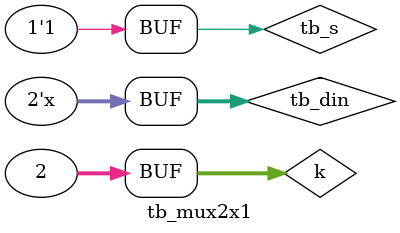
<source format=v>
`timescale 1ns/1ns
`include "mux2x1.v"
module tb_mux2x1;
wire tb_dout;
reg tb_s;
reg [1:0] tb_din;
integer k;
mux2x1 u(.dout(tb_dout),.din(tb_din),.sel(tb_s));

initial begin
  tb_s = 0;
  # 25 tb_s = 1;
end

initial begin
  for(k=0; k<2; k=k+1) begin
    tb_din = 2'b00;
    #5 tb_din = 2'b01;
    #5 tb_din = 2'b10;
    #5 tb_din = 2'b11;
    #5 tb_din = 2'bxx;
    #5;
  end
end

initial
   $monitor("At time %t, dout=%b, sel=%b",$time,tb_dout,tb_s);
endmodule
</source>
